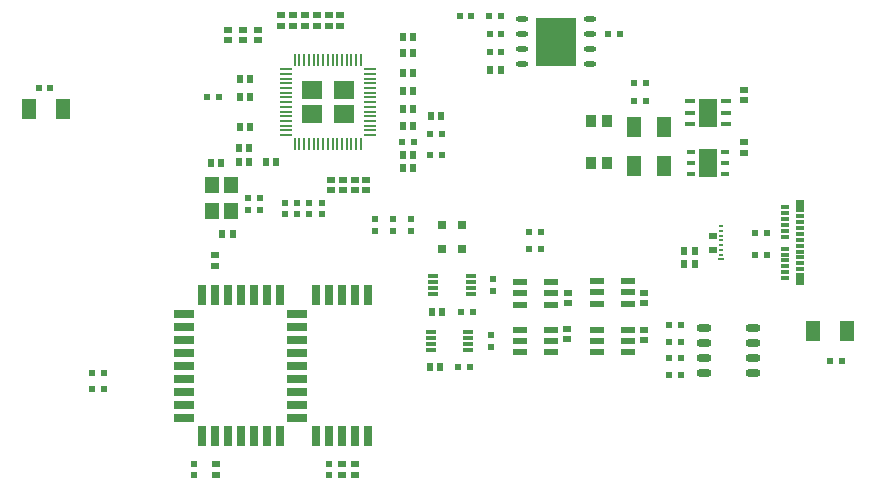
<source format=gtp>
G04*
G04 #@! TF.GenerationSoftware,Altium Limited,Altium Designer,24.4.1 (13)*
G04*
G04 Layer_Color=8421504*
%FSLAX44Y44*%
%MOMM*%
G71*
G04*
G04 #@! TF.SameCoordinates,ACC96D32-63CC-4302-8C89-0BD74F9CC5ED*
G04*
G04*
G04 #@! TF.FilePolarity,Positive*
G04*
G01*
G75*
%ADD16R,1.7500X1.5000*%
%ADD17R,1.7500X1.5000*%
%ADD18R,0.7000X0.3000*%
%ADD19R,0.7000X1.0000*%
%ADD20R,0.8000X1.8000*%
%ADD21R,1.8000X0.7000*%
%ADD22R,1.8000X0.8000*%
%ADD23R,0.8500X0.3000*%
%ADD24R,1.1000X0.2000*%
%ADD25R,0.2000X1.1000*%
%ADD26R,1.3000X1.8000*%
%ADD27R,0.6000X0.5000*%
%ADD28R,0.6000X0.6400*%
%ADD29R,0.5000X0.6000*%
G04:AMPARAMS|DCode=30|XSize=1.05mm|YSize=0.45mm|CornerRadius=0.225mm|HoleSize=0mm|Usage=FLASHONLY|Rotation=180.000|XOffset=0mm|YOffset=0mm|HoleType=Round|Shape=RoundedRectangle|*
%AMROUNDEDRECTD30*
21,1,1.0500,0.0000,0,0,180.0*
21,1,0.6000,0.4500,0,0,180.0*
1,1,0.4500,-0.3000,0.0000*
1,1,0.4500,0.3000,0.0000*
1,1,0.4500,0.3000,0.0000*
1,1,0.4500,-0.3000,0.0000*
%
%ADD30ROUNDEDRECTD30*%
%ADD31R,3.5000X4.1000*%
%ADD32R,0.6400X0.6000*%
%ADD33R,0.8000X0.8000*%
%ADD34R,1.1500X0.6000*%
%ADD35R,0.4000X0.2500*%
%ADD36R,0.6500X0.5000*%
%ADD37R,0.5000X0.2500*%
%ADD38R,1.6500X2.4000*%
%ADD39O,0.9000X0.4000*%
%ADD40R,0.9000X1.0000*%
%ADD41R,1.2000X1.4000*%
%ADD42O,1.2700X0.7600*%
%ADD43O,0.7000X0.4000*%
%ADD44R,1.2000X1.7500*%
D16*
X746159Y739000D02*
D03*
Y719000D02*
D03*
D17*
X773659Y739000D02*
D03*
Y719000D02*
D03*
D18*
X1160000Y607500D02*
D03*
Y587500D02*
D03*
Y592500D02*
D03*
Y597500D02*
D03*
Y602500D02*
D03*
Y612500D02*
D03*
Y617500D02*
D03*
Y622500D02*
D03*
Y627500D02*
D03*
Y632500D02*
D03*
X1147000Y615000D02*
D03*
Y640000D02*
D03*
Y635000D02*
D03*
Y630000D02*
D03*
Y625000D02*
D03*
Y620000D02*
D03*
Y580000D02*
D03*
Y605000D02*
D03*
Y600000D02*
D03*
Y595000D02*
D03*
Y590000D02*
D03*
Y585000D02*
D03*
D19*
X1160000Y579000D02*
D03*
X1160100Y641000D02*
D03*
D20*
X653500Y446000D02*
D03*
X664500D02*
D03*
X675500D02*
D03*
X686500D02*
D03*
X697500D02*
D03*
X708500D02*
D03*
X719500D02*
D03*
X749500D02*
D03*
X760500D02*
D03*
X771500D02*
D03*
X782500D02*
D03*
X793500D02*
D03*
Y566000D02*
D03*
X782500D02*
D03*
X771500D02*
D03*
X760500D02*
D03*
X749500D02*
D03*
X719500D02*
D03*
X708500D02*
D03*
X697500D02*
D03*
X686500D02*
D03*
X675500D02*
D03*
X664500D02*
D03*
X653500D02*
D03*
D21*
X638500Y550000D02*
D03*
Y462000D02*
D03*
X733500D02*
D03*
Y550000D02*
D03*
D22*
X638500Y539000D02*
D03*
Y528000D02*
D03*
Y517000D02*
D03*
Y506000D02*
D03*
Y495000D02*
D03*
Y484000D02*
D03*
Y473000D02*
D03*
X733500D02*
D03*
Y484000D02*
D03*
Y495000D02*
D03*
Y506000D02*
D03*
Y517000D02*
D03*
Y528000D02*
D03*
Y539000D02*
D03*
D23*
X880750Y566500D02*
D03*
Y571500D02*
D03*
Y576500D02*
D03*
Y581500D02*
D03*
X849250D02*
D03*
Y576500D02*
D03*
Y571500D02*
D03*
Y566500D02*
D03*
X878750Y519500D02*
D03*
Y524500D02*
D03*
Y529500D02*
D03*
Y534500D02*
D03*
X847250D02*
D03*
Y529500D02*
D03*
Y524500D02*
D03*
Y519500D02*
D03*
D24*
X724409Y757000D02*
D03*
Y753000D02*
D03*
Y749000D02*
D03*
Y745000D02*
D03*
Y741000D02*
D03*
Y737000D02*
D03*
Y733000D02*
D03*
Y729000D02*
D03*
Y725000D02*
D03*
Y721000D02*
D03*
Y717000D02*
D03*
Y713000D02*
D03*
Y709000D02*
D03*
Y705000D02*
D03*
Y701000D02*
D03*
X795409D02*
D03*
Y705000D02*
D03*
Y709000D02*
D03*
Y713000D02*
D03*
Y717000D02*
D03*
Y721000D02*
D03*
Y725000D02*
D03*
Y729000D02*
D03*
Y733000D02*
D03*
Y737000D02*
D03*
Y741000D02*
D03*
Y745000D02*
D03*
Y749000D02*
D03*
Y753000D02*
D03*
Y757000D02*
D03*
D25*
X731909Y693500D02*
D03*
X735909D02*
D03*
X739909D02*
D03*
X743909D02*
D03*
X747909D02*
D03*
X751909D02*
D03*
X755909D02*
D03*
X759909D02*
D03*
X763909D02*
D03*
X767909D02*
D03*
X771909D02*
D03*
X775909D02*
D03*
X779909D02*
D03*
X783909D02*
D03*
X787909D02*
D03*
Y764500D02*
D03*
X783909D02*
D03*
X779909D02*
D03*
X775909D02*
D03*
X771909D02*
D03*
X767909D02*
D03*
X763909D02*
D03*
X759909D02*
D03*
X755909D02*
D03*
X751909D02*
D03*
X747909D02*
D03*
X743909D02*
D03*
X739909D02*
D03*
X735909D02*
D03*
X731909D02*
D03*
D26*
X535500Y723000D02*
D03*
X506500D02*
D03*
X1199500Y535000D02*
D03*
X1170500D02*
D03*
D27*
X744000Y634000D02*
D03*
Y644000D02*
D03*
X830000Y620000D02*
D03*
Y630000D02*
D03*
X900000Y579000D02*
D03*
Y569000D02*
D03*
X761000Y413000D02*
D03*
Y423000D02*
D03*
X647000Y413000D02*
D03*
Y423000D02*
D03*
X724000Y644000D02*
D03*
Y634000D02*
D03*
X815000Y630000D02*
D03*
Y620000D02*
D03*
X755000Y644000D02*
D03*
Y634000D02*
D03*
X734000D02*
D03*
Y644000D02*
D03*
X898000Y522000D02*
D03*
Y532000D02*
D03*
X800000Y630000D02*
D03*
Y620000D02*
D03*
D28*
X823258Y738500D02*
D03*
X832058D02*
D03*
X823158Y709000D02*
D03*
X831958D02*
D03*
X856900Y551500D02*
D03*
X848100D02*
D03*
X684658Y678000D02*
D03*
X693458D02*
D03*
X684658Y690500D02*
D03*
X693458D02*
D03*
X715958Y678000D02*
D03*
X707158D02*
D03*
X847158Y717000D02*
D03*
X855958D02*
D03*
X1070400Y603000D02*
D03*
X1061600D02*
D03*
X897542Y756500D02*
D03*
X906342D02*
D03*
X670600Y617500D02*
D03*
X679400D02*
D03*
X669400Y677500D02*
D03*
X660600D02*
D03*
X832400Y784000D02*
D03*
X823600D02*
D03*
X685158Y733000D02*
D03*
X693958D02*
D03*
X854900Y504500D02*
D03*
X846100D02*
D03*
X1070400Y592000D02*
D03*
X1061600D02*
D03*
X685158Y708000D02*
D03*
X693958D02*
D03*
X831958Y673000D02*
D03*
X823158D02*
D03*
X685158Y749000D02*
D03*
X693958D02*
D03*
X831958Y754000D02*
D03*
X823158D02*
D03*
X831958Y770750D02*
D03*
X823158D02*
D03*
Y723000D02*
D03*
X831958D02*
D03*
Y684000D02*
D03*
X823158D02*
D03*
D29*
X856558Y702000D02*
D03*
X846558D02*
D03*
X906942Y771500D02*
D03*
X896942D02*
D03*
X896442Y802000D02*
D03*
X906442D02*
D03*
X882500Y551500D02*
D03*
X872500D02*
D03*
X1049000Y540000D02*
D03*
X1059000D02*
D03*
X1122000Y618000D02*
D03*
X1132000D02*
D03*
Y600000D02*
D03*
X1122000D02*
D03*
X1029002Y745170D02*
D03*
X1019002D02*
D03*
Y730170D02*
D03*
X1029002D02*
D03*
X692500Y647500D02*
D03*
X702500D02*
D03*
X1049000Y512000D02*
D03*
X1059000D02*
D03*
X1185000Y510000D02*
D03*
X1195000D02*
D03*
X896942Y786500D02*
D03*
X906942D02*
D03*
X832558Y695000D02*
D03*
X822558D02*
D03*
X1049000Y526000D02*
D03*
X1059000D02*
D03*
X846558Y684000D02*
D03*
X856558D02*
D03*
X940000Y605000D02*
D03*
X930000D02*
D03*
X702500Y637500D02*
D03*
X692500D02*
D03*
X870500Y504500D02*
D03*
X880500D02*
D03*
X560000Y486000D02*
D03*
X570000D02*
D03*
X881442Y802000D02*
D03*
X871442D02*
D03*
X667558Y733000D02*
D03*
X657558D02*
D03*
X940000Y619000D02*
D03*
X930000D02*
D03*
X997442Y786500D02*
D03*
X1007442D02*
D03*
X560000Y500000D02*
D03*
X570000D02*
D03*
X1049000Y498000D02*
D03*
X1059000D02*
D03*
X515000Y741000D02*
D03*
X525000D02*
D03*
D30*
X981500Y760950D02*
D03*
Y773650D02*
D03*
Y786350D02*
D03*
Y799050D02*
D03*
X924500D02*
D03*
Y786350D02*
D03*
Y773650D02*
D03*
Y760950D02*
D03*
D31*
X953000Y780000D02*
D03*
D32*
X782558Y663400D02*
D03*
Y654600D02*
D03*
X792558Y654600D02*
D03*
Y663400D02*
D03*
X1028000Y536400D02*
D03*
Y527600D02*
D03*
X1112002Y730770D02*
D03*
Y739570D02*
D03*
X783000Y413600D02*
D03*
Y422400D02*
D03*
X772000Y422400D02*
D03*
Y413600D02*
D03*
X665000Y413600D02*
D03*
Y422400D02*
D03*
X664000Y599400D02*
D03*
Y590600D02*
D03*
X963000Y558600D02*
D03*
Y567400D02*
D03*
X700558Y781600D02*
D03*
Y790400D02*
D03*
X1112002Y695170D02*
D03*
Y686370D02*
D03*
X772558Y663400D02*
D03*
Y654600D02*
D03*
X770558Y793600D02*
D03*
Y802400D02*
D03*
X688058Y790400D02*
D03*
Y781600D02*
D03*
X760558Y793600D02*
D03*
Y802400D02*
D03*
X675558Y790400D02*
D03*
Y781600D02*
D03*
X750558Y802400D02*
D03*
Y793600D02*
D03*
X730558D02*
D03*
Y802400D02*
D03*
X740558D02*
D03*
Y793600D02*
D03*
X720558Y802400D02*
D03*
Y793600D02*
D03*
X1028000Y567400D02*
D03*
Y558600D02*
D03*
X762558Y654600D02*
D03*
Y663400D02*
D03*
X962500Y536900D02*
D03*
Y528100D02*
D03*
D33*
X856750Y605000D02*
D03*
X873250D02*
D03*
Y625000D02*
D03*
X856750D02*
D03*
D34*
X1014000Y536500D02*
D03*
Y527000D02*
D03*
Y517500D02*
D03*
X988000D02*
D03*
Y527000D02*
D03*
Y536500D02*
D03*
X988000Y577500D02*
D03*
Y568000D02*
D03*
Y558500D02*
D03*
X1014000D02*
D03*
Y568000D02*
D03*
Y577500D02*
D03*
X949000Y536500D02*
D03*
Y527000D02*
D03*
Y517500D02*
D03*
X923000D02*
D03*
Y527000D02*
D03*
Y536500D02*
D03*
X923000Y576500D02*
D03*
Y567000D02*
D03*
Y557500D02*
D03*
X949000D02*
D03*
Y567000D02*
D03*
Y576500D02*
D03*
D35*
X1093000Y600000D02*
D03*
Y616000D02*
D03*
Y612000D02*
D03*
Y604000D02*
D03*
Y608000D02*
D03*
Y620000D02*
D03*
Y624000D02*
D03*
D36*
X1086250Y604200D02*
D03*
Y615800D02*
D03*
D37*
X1092500Y596000D02*
D03*
D38*
X1082002Y720170D02*
D03*
X1082002Y677670D02*
D03*
D39*
X1097252Y729670D02*
D03*
Y720170D02*
D03*
Y710670D02*
D03*
X1066752D02*
D03*
Y720170D02*
D03*
Y729670D02*
D03*
D40*
X982752Y712670D02*
D03*
X996252D02*
D03*
X982752Y677670D02*
D03*
X996252D02*
D03*
D41*
X662000Y658500D02*
D03*
X678000D02*
D03*
X662000Y636500D02*
D03*
X678000D02*
D03*
D42*
X1119500Y499950D02*
D03*
Y512650D02*
D03*
X1119500Y525350D02*
D03*
X1078500D02*
D03*
Y512650D02*
D03*
Y499950D02*
D03*
Y538050D02*
D03*
X1119500D02*
D03*
D43*
X1067752Y687170D02*
D03*
Y677670D02*
D03*
Y668170D02*
D03*
X1096252D02*
D03*
Y677670D02*
D03*
Y687170D02*
D03*
D44*
X1019252Y675170D02*
D03*
X1044752D02*
D03*
Y707670D02*
D03*
X1019252D02*
D03*
M02*

</source>
